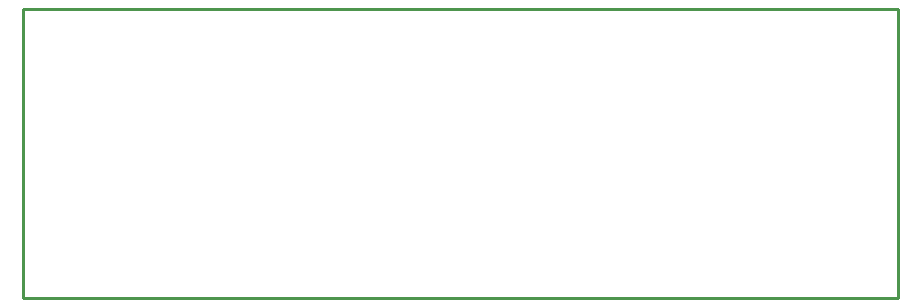
<source format=gm1>
G04*
G04 #@! TF.GenerationSoftware,Altium Limited,Altium Designer,24.4.1 (13)*
G04*
G04 Layer_Color=16711935*
%FSLAX25Y25*%
%MOIN*%
G70*
G04*
G04 #@! TF.SameCoordinates,9EAFE7E4-189C-44CB-946A-5F511CB8720B*
G04*
G04*
G04 #@! TF.FilePolarity,Positive*
G04*
G01*
G75*
%ADD40C,0.01000*%
D40*
X0Y0D02*
X291500D01*
X0Y96500D02*
X291500D01*
Y0D02*
Y96500D01*
X0Y0D02*
Y96500D01*
M02*

</source>
